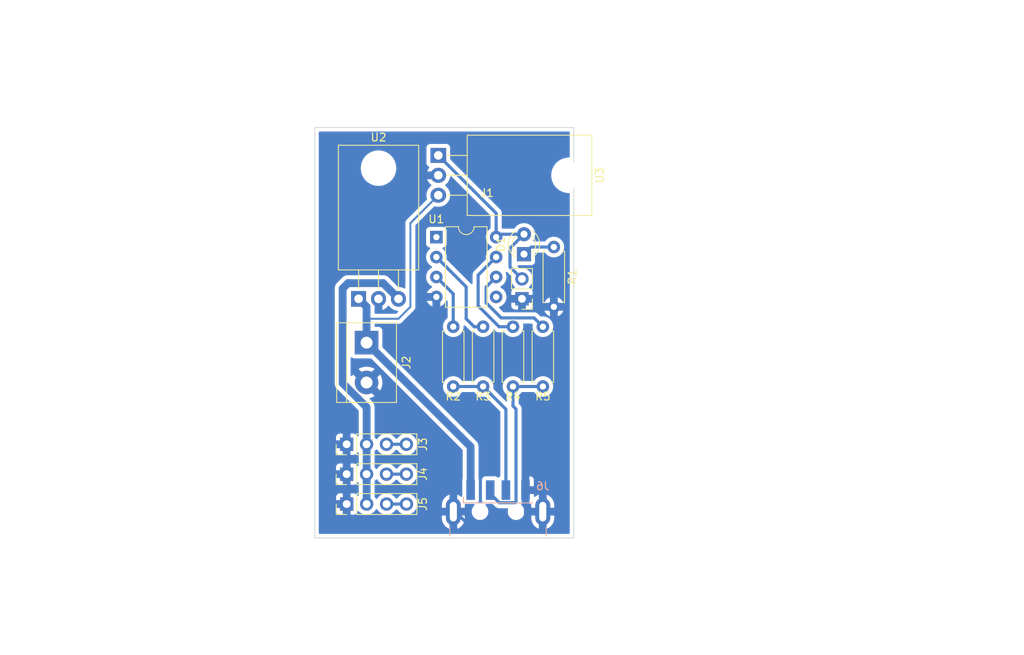
<source format=kicad_pcb>
(kicad_pcb (version 20211014) (generator pcbnew)
  (layers (0 "F.Cu" power) (31 "B.Cu" signal) (34 "B.Paste" user) (35 "F.Paste" user) (36 "B.SilkS" user "B.Silkscreen") (37 "F.SilkS" user "F.Silkscreen") (38 "B.Mask" user) (39 "F.Mask" user) (44 "Edge.Cuts" user))
  (net 0 "")
  (net 3 "/VBUS")
  (net 4 "Net-(J6-Pad3)")
  (net 5 "Net-(J3-Pad3)")
  (net 6 "/GND")
  (net 7 "/6V")
  (net 8 "Net-(J4-Pad3)")
  (net 9 "Net-(J5-Pad3)")
  (net 10 "Net-(R2-Pad1)")
  (net 11 "Net-(R3-Pad1)")
  (net 12 "Net-(R4-Pad1)")
  (net 13 "Net-(D1-Pad1)")
  (net 14 "/5V")
  (net 15 "Net-(J6-Pad2)")
  (net 16 "Net-(R5-Pad1)")
  (footprint "Package_DIP:DIP-8_W7.62mm" (layer "F.Cu") (at 115.072 109.992)
    (fp_text reference "U1" (at -0.01 -2.296) (layer "F.SilkS"))
    (fp_text value "ATtiny13V-10P")
    (fp_line (start 2.81 -1.33) (end 1.16 -1.33) (layer "F.SilkS") (width 0.12))
    (fp_line (start 1.16 -1.33) (end 1.16 8.95) (layer "F.SilkS") (width 0.12))
    (fp_line (start 6.46 -1.33) (end 4.81 -1.33) (layer "F.SilkS") (width 0.12))
    (fp_line (start 6.46 8.95) (end 6.46 -1.33) (layer "F.SilkS") (width 0.12))
    (fp_line (start 1.16 8.95) (end 6.46 8.95) (layer "F.SilkS") (width 0.12))
    (fp_arc (start 4.81 -1.33) (mid 3.81 -0.33) (end 2.81 -1.33) (layer "F.SilkS") (width 0.12))
    (pad "1" thru_hole rect (at 0 0) (size 1.6 1.6) (drill 0.8) (layers *.Cu *.Mask))
    (pad "2" thru_hole oval (at 0 2.54) (size 1.6 1.6) (drill 0.8) (layers *.Cu *.Mask) (net 11 "Net-(R3-Pad1)"))
    (pad "3" thru_hole oval (at 0 5.08) (size 1.6 1.6) (drill 0.8) (layers *.Cu *.Mask) (net 10 "Net-(R2-Pad1)"))
    (pad "4" thru_hole oval (at 0 7.62) (size 1.6 1.6) (drill 0.8) (layers *.Cu *.Mask) (net 6 "/GND"))
    (pad "5" thru_hole oval (at 7.62 7.62) (size 1.6 1.6) (drill 0.8) (layers *.Cu *.Mask))
    (pad "6" thru_hole oval (at 7.62 5.08) (size 1.6 1.6) (drill 0.8) (layers *.Cu *.Mask) (net 16 "Net-(R5-Pad1)"))
    (pad "7" thru_hole oval (at 7.62 2.54) (size 1.6 1.6) (drill 0.8) (layers *.Cu *.Mask) (net 12 "Net-(R4-Pad1)"))
    (pad "8" thru_hole oval (at 7.62 0) (size 1.6 1.6) (drill 0.8) (layers *.Cu *.Mask) (net 14 "/5V"))
  )
  (footprint "Resistor_THT:R_Axial_DIN0207_L6.3mm_D2.5mm_P7.62mm_Horizontal" (layer "F.Cu") (at 117.221 121.412 -90)
    (fp_text reference "R2" (at 8.89 0) (layer "F.SilkS"))
    (fp_text value "R")
    (fp_line (start 0.54 1.04) (end 0.54 1.37) (layer "F.SilkS") (width 0.12))
    (fp_line (start 0.54 -1.37) (end 7.08 -1.37) (layer "F.SilkS") (width 0.12))
    (fp_line (start 7.08 -1.37) (end 7.08 -1.04) (layer "F.SilkS") (width 0.12))
    (fp_line (start 0.54 -1.04) (end 0.54 -1.37) (layer "F.SilkS") (width 0.12))
    (fp_line (start 0.54 1.37) (end 7.08 1.37) (layer "F.SilkS") (width 0.12))
    (fp_line (start 7.08 1.37) (end 7.08 1.04) (layer "F.SilkS") (width 0.12))
    (pad "1" thru_hole circle (at 0 0 270) (size 1.6 1.6) (drill 0.8) (layers *.Cu *.Mask) (net 10 "Net-(R2-Pad1)"))
    (pad "2" thru_hole oval (at 7.62 0 270) (size 1.6 1.6) (drill 0.8) (layers *.Cu *.Mask) (net 4 "Net-(J6-Pad3)"))
  )
  (footprint "Resistor_THT:R_Axial_DIN0207_L6.3mm_D2.5mm_P7.62mm_Horizontal" (layer "F.Cu") (at 128.651 121.412 -90)
    (fp_text reference "R5" (at 8.89 0) (layer "F.SilkS"))
    (fp_text value "R")
    (fp_line (start 0.54 -1.04) (end 0.54 -1.37) (layer "F.SilkS") (width 0.12))
    (fp_line (start 7.08 -1.37) (end 7.08 -1.04) (layer "F.SilkS") (width 0.12))
    (fp_line (start 7.08 1.37) (end 7.08 1.04) (layer "F.SilkS") (width 0.12))
    (fp_line (start 0.54 -1.37) (end 7.08 -1.37) (layer "F.SilkS") (width 0.12))
    (fp_line (start 0.54 1.04) (end 0.54 1.37) (layer "F.SilkS") (width 0.12))
    (fp_line (start 0.54 1.37) (end 7.08 1.37) (layer "F.SilkS") (width 0.12))
    (pad "1" thru_hole circle (at 0 0 270) (size 1.6 1.6) (drill 0.8) (layers *.Cu *.Mask) (net 16 "Net-(R5-Pad1)"))
    (pad "2" thru_hole oval (at 7.62 0 270) (size 1.6 1.6) (drill 0.8) (layers *.Cu *.Mask) (net 15 "Net-(J6-Pad2)"))
  )
  (footprint "Package_TO_SOT_THT:TO-220-3_Horizontal_TabDown" (layer "F.Cu") (at 115.316 99.568 -90)
    (fp_text reference "U3" (at 2.54 -20.58 90) (layer "F.SilkS"))
    (fp_text value "L78L05_TO92")
    (fp_line (start 2.54 -3.69) (end 2.54 -1.15) (layer "F.SilkS") (width 0.12))
    (fp_line (start -2.58 -19.58) (end -2.58 -3.69) (layer "F.SilkS") (width 0.12))
    (fp_line (start 0 -3.69) (end 0 -1.15) (layer "F.SilkS") (width 0.12))
    (fp_line (start -2.58 -19.58) (end 7.66 -19.58) (layer "F.SilkS") (width 0.12))
    (fp_line (start -2.58 -3.69) (end 7.66 -3.69) (layer "F.SilkS") (width 0.12))
    (fp_line (start 5.08 -3.69) (end 5.08 -1.15) (layer "F.SilkS") (width 0.12))
    (fp_line (start 7.66 -19.58) (end 7.66 -3.69) (layer "F.SilkS") (width 0.12))
    (pad "" np_thru_hole oval (at 2.54 -16.66 270) (size 3.5 3.5) (drill 3.5) (layers *.Cu *.Mask))
    (pad "1" thru_hole rect (at 0 0 270) (size 1.905 2) (drill 1.1) (layers *.Cu *.Mask) (net 14 "/5V"))
    (pad "2" thru_hole oval (at 2.54 0 270) (size 1.905 2) (drill 1.1) (layers *.Cu *.Mask) (net 6 "/GND"))
    (pad "3" thru_hole oval (at 5.08 0 270) (size 1.905 2) (drill 1.1) (layers *.Cu *.Mask) (net 3 "/VBUS"))
  )
  (footprint "Connector_PinHeader_2.54mm:PinHeader_1x02_P2.54mm_Vertical" (layer "F.Cu") (at 125.984 117.856 180)
    (fp_text reference "J1" (at 4.46 13.5) (layer "F.SilkS"))
    (fp_text value "Conn_01x02_Male")
    (fp_line (start -1.33 3.87) (end 1.33 3.87) (layer "F.SilkS") (width 0.12))
    (fp_line (start -1.33 1.27) (end -1.33 3.87) (layer "F.SilkS") (width 0.12))
    (fp_line (start 1.33 1.27) (end 1.33 3.87) (layer "F.SilkS") (width 0.12))
    (fp_line (start -1.33 -1.33) (end 0 -1.33) (layer "F.SilkS") (width 0.12))
    (fp_line (start -1.33 0) (end -1.33 -1.33) (layer "F.SilkS") (width 0.12))
    (fp_line (start -1.33 1.27) (end 1.33 1.27) (layer "F.SilkS") (width 0.12))
    (pad "1" thru_hole rect (at 0 0 180) (size 1.7 1.7) (drill 1) (layers *.Cu *.Mask) (net 6 "/GND"))
    (pad "2" thru_hole oval (at 0 2.54 180) (size 1.7 1.7) (drill 1) (layers *.Cu *.Mask) (net 14 "/5V"))
  )
  (footprint "Connector_PinHeader_2.54mm:PinHeader_1x04_P2.54mm_Vertical" (layer "F.Cu") (at 103.642 144.018 90)
    (fp_text reference "J5" (at 0 9.71 90) (layer "F.SilkS"))
    (fp_text value "Conn_01x04_Male")
    (fp_line (start -1.33 8.95) (end 1.33 8.95) (layer "F.SilkS") (width 0.12))
    (fp_line (start -1.33 1.27) (end -1.33 8.95) (layer "F.SilkS") (width 0.12))
    (fp_line (start -1.33 0) (end -1.33 -1.33) (layer "F.SilkS") (width 0.12))
    (fp_line (start -1.33 1.27) (end 1.33 1.27) (layer "F.SilkS") (width 0.12))
    (fp_line (start 1.33 1.27) (end 1.33 8.95) (layer "F.SilkS") (width 0.12))
    (fp_line (start -1.33 -1.33) (end 0 -1.33) (layer "F.SilkS") (width 0.12))
    (pad "1" thru_hole rect (at 0 0 90) (size 1.7 1.7) (drill 1) (layers *.Cu *.Mask) (net 6 "/GND"))
    (pad "2" thru_hole oval (at 0 2.54 90) (size 1.7 1.7) (drill 1) (layers *.Cu *.Mask) (net 7 "/6V"))
    (pad "3" thru_hole oval (at 0 5.08 90) (size 1.7 1.7) (drill 1) (layers *.Cu *.Mask) (net 9 "Net-(J5-Pad3)"))
    (pad "4" thru_hole oval (at 0 7.62 90) (size 1.7 1.7) (drill 1) (layers *.Cu *.Mask) (net 9 "Net-(J5-Pad3)"))
  )
  (footprint "Resistor_THT:R_Axial_DIN0207_L6.3mm_D2.5mm_P7.62mm_Horizontal" (layer "F.Cu") (at 124.841 121.412 -90)
    (fp_text reference "R4" (at 8.89 0) (layer "F.SilkS"))
    (fp_text value "R")
    (fp_line (start 7.08 1.37) (end 7.08 1.04) (layer "F.SilkS") (width 0.12))
    (fp_line (start 0.54 1.04) (end 0.54 1.37) (layer "F.SilkS") (width 0.12))
    (fp_line (start 7.08 -1.37) (end 7.08 -1.04) (layer "F.SilkS") (width 0.12))
    (fp_line (start 0.54 1.37) (end 7.08 1.37) (layer "F.SilkS") (width 0.12))
    (fp_line (start 0.54 -1.04) (end 0.54 -1.37) (layer "F.SilkS") (width 0.12))
    (fp_line (start 0.54 -1.37) (end 7.08 -1.37) (layer "F.SilkS") (width 0.12))
    (pad "1" thru_hole circle (at 0 0 270) (size 1.6 1.6) (drill 0.8) (layers *.Cu *.Mask) (net 12 "Net-(R4-Pad1)"))
    (pad "2" thru_hole oval (at 7.62 0 270) (size 1.6 1.6) (drill 0.8) (layers *.Cu *.Mask) (net 15 "Net-(J6-Pad2)"))
  )
  (footprint "Connector_PinHeader_2.54mm:PinHeader_1x04_P2.54mm_Vertical" (layer "F.Cu") (at 103.632 140.208 90)
    (fp_text reference "J4" (at 0 9.72 90) (layer "F.SilkS"))
    (fp_text value "Conn_01x04_Male")
    (fp_line (start -1.33 1.27) (end 1.33 1.27) (layer "F.SilkS") (width 0.12))
    (fp_line (start -1.33 8.95) (end 1.33 8.95) (layer "F.SilkS") (width 0.12))
    (fp_line (start -1.33 0) (end -1.33 -1.33) (layer "F.SilkS") (width 0.12))
    (fp_line (start -1.33 1.27) (end -1.33 8.95) (layer "F.SilkS") (width 0.12))
    (fp_line (start -1.33 -1.33) (end 0 -1.33) (layer "F.SilkS") (width 0.12))
    (fp_line (start 1.33 1.27) (end 1.33 8.95) (layer "F.SilkS") (width 0.12))
    (pad "1" thru_hole rect (at 0 0 90) (size 1.7 1.7) (drill 1) (layers *.Cu *.Mask) (net 6 "/GND"))
    (pad "2" thru_hole oval (at 0 2.54 90) (size 1.7 1.7) (drill 1) (layers *.Cu *.Mask) (net 7 "/6V"))
    (pad "3" thru_hole oval (at 0 5.08 90) (size 1.7 1.7) (drill 1) (layers *.Cu *.Mask) (net 8 "Net-(J4-Pad3)"))
    (pad "4" thru_hole oval (at 0 7.62 90) (size 1.7 1.7) (drill 1) (layers *.Cu *.Mask) (net 8 "Net-(J4-Pad3)"))
  )
  (footprint "Resistor_THT:R_Axial_DIN0207_L6.3mm_D2.5mm_P7.62mm_Horizontal" (layer "F.Cu") (at 130.048 111.252 -90)
    (fp_text reference "R1" (at 3.81 -2.37 90) (layer "F.SilkS"))
    (fp_text value "220")
    (fp_line (start 0.54 -1.37) (end 7.08 -1.37) (layer "F.SilkS") (width 0.12))
    (fp_line (start 7.08 1.37) (end 7.08 1.04) (layer "F.SilkS") (width 0.12))
    (fp_line (start 0.54 1.04) (end 0.54 1.37) (layer "F.SilkS") (width 0.12))
    (fp_line (start 0.54 -1.04) (end 0.54 -1.37) (layer "F.SilkS") (width 0.12))
    (fp_line (start 0.54 1.37) (end 7.08 1.37) (layer "F.SilkS") (width 0.12))
    (fp_line (start 7.08 -1.37) (end 7.08 -1.04) (layer "F.SilkS") (width 0.12))
    (pad "1" thru_hole circle (at 0 0 270) (size 1.6 1.6) (drill 0.8) (layers *.Cu *.Mask) (net 13 "Net-(D1-Pad1)"))
    (pad "2" thru_hole oval (at 7.62 0 270) (size 1.6 1.6) (drill 0.8) (layers *.Cu *.Mask) (net 6 "/GND"))
  )
  (footprint "Resistor_THT:R_Axial_DIN0207_L6.3mm_D2.5mm_P7.62mm_Horizontal" (layer "F.Cu") (at 121.031 121.412 -90)
    (fp_text reference "R3" (at 8.89 0) (layer "F.SilkS"))
    (fp_text value "R")
    (fp_line (start 0.54 -1.37) (end 7.08 -1.37) (layer "F.SilkS") (width 0.12))
    (fp_line (start 0.54 1.37) (end 7.08 1.37) (layer "F.SilkS") (width 0.12))
    (fp_line (start 7.08 1.37) (end 7.08 1.04) (layer "F.SilkS") (width 0.12))
    (fp_line (start 7.08 -1.37) (end 7.08 -1.04) (layer "F.SilkS") (width 0.12))
    (fp_line (start 0.54 1.04) (end 0.54 1.37) (layer "F.SilkS") (width 0.12))
    (fp_line (start 0.54 -1.04) (end 0.54 -1.37) (layer "F.SilkS") (width 0.12))
    (pad "1" thru_hole circle (at 0 0 270) (size 1.6 1.6) (drill 0.8) (layers *.Cu *.Mask) (net 11 "Net-(R3-Pad1)"))
    (pad "2" thru_hole oval (at 7.62 0 270) (size 1.6 1.6) (drill 0.8) (layers *.Cu *.Mask) (net 4 "Net-(J6-Pad3)"))
  )
  (footprint "LED_THT:LED_D3.0mm" (layer "F.Cu") (at 126.242411 112.160035 90)
    (fp_text reference "D1" (at 1.27 -2.96 90) (layer "F.SilkS"))
    (fp_text value "LED")
    (fp_line (start -0.29 1.08) (end -0.29 1.236) (layer "F.SilkS") (width 0.12))
    (fp_line (start -0.29 -1.236) (end -0.29 -1.08) (layer "F.SilkS") (width 0.12))
    (fp_arc (start 2.31113 1.079837) (mid 1.270117 1.5) (end 0.229039 1.08) (layer "F.SilkS") (width 0.12))
    (fp_arc (start -0.29 -1.235516) (mid 1.366487 -1.987659) (end 2.942335 -1.078608) (layer "F.SilkS") (width 0.12))
    (fp_arc (start 2.942335 1.078608) (mid 1.366487 1.987659) (end -0.29 1.235516) (layer "F.SilkS") (width 0.12))
    (fp_arc (start 0.229039 -1.08) (mid 1.270117 -1.5) (end 2.31113 -1.079837) (layer "F.SilkS") (width 0.12))
    (pad "1" thru_hole rect (at 0 0 90) (size 1.8 1.8) (drill 0.9) (layers *.Cu *.Mask) (net 13 "Net-(D1-Pad1)"))
    (pad "2" thru_hole circle (at 2.54 0 90) (size 1.8 1.8) (drill 0.9) (layers *.Cu *.Mask) (net 14 "/5V"))
  )
  (footprint "Connector_PinHeader_2.54mm:PinHeader_1x04_P2.54mm_Vertical" (layer "F.Cu") (at 103.632 136.398 90)
    (fp_text reference "J3" (at -0.01 9.72 90) (layer "F.SilkS"))
    (fp_text value "Conn_01x04_Male")
    (fp_line (start -1.33 1.27) (end -1.33 8.95) (layer "F.SilkS") (width 0.12))
    (fp_line (start -1.33 1.27) (end 1.33 1.27) (layer "F.SilkS") (width 0.12))
    (fp_line (start -1.33 8.95) (end 1.33 8.95) (layer "F.SilkS") (width 0.12))
    (fp_line (start -1.33 0) (end -1.33 -1.33) (layer "F.SilkS") (width 0.12))
    (fp_line (start -1.33 -1.33) (end 0 -1.33) (layer "F.SilkS") (width 0.12))
    (fp_line (start 1.33 1.27) (end 1.33 8.95) (layer "F.SilkS") (width 0.12))
    (pad "1" thru_hole rect (at 0 0 90) (size 1.7 1.7) (drill 1) (layers *.Cu *.Mask) (net 6 "/GND"))
    (pad "2" thru_hole oval (at 0 2.54 90) (size 1.7 1.7) (drill 1) (layers *.Cu *.Mask) (net 7 "/6V"))
    (pad "3" thru_hole oval (at 0 5.08 90) (size 1.7 1.7) (drill 1) (layers *.Cu *.Mask) (net 5 "Net-(J3-Pad3)"))
    (pad "4" thru_hole oval (at 0 7.62 90) (size 1.7 1.7) (drill 1) (layers *.Cu *.Mask) (net 5 "Net-(J3-Pad3)"))
  )
  (footprint "TerminalBlock:TerminalBlock_bornier-2_P5.08mm" (layer "F.Cu") (at 106.172 123.444 -90)
    (fp_text reference "J2" (at 2.54 -5.08 90) (layer "F.SilkS"))
    (fp_text value "Screw_Terminal_01x02")
    (fp_line (start 7.62 3.81) (end 7.62 -3.81) (layer "F.SilkS") (width 0.12))
    (fp_line (start -2.54 -3.81) (end -2.54 3.81) (layer "F.SilkS") (width 0.12))
    (fp_line (start 7.62 -3.81) (end -2.54 -3.81) (layer "F.SilkS") (width 0.12))
    (fp_line (start -2.54 3.81) (end 7.62 3.81) (layer "F.SilkS") (width 0.12))
    (fp_line (start 7.62 2.54) (end -2.54 2.54) (layer "F.SilkS") (width 0.12))
    (pad "1" thru_hole rect (at 0 0 270) (size 3 3) (drill 1.52) (layers *.Cu *.Mask) (net 3 "/VBUS"))
    (pad "2" thru_hole circle (at 5.08 0 270) (size 3 3) (drill 1.52) (layers *.Cu *.Mask) (net 6 "/GND"))
  )
  (footprint "Package_TO_SOT_THT:TO-220-3_Horizontal_TabDown" (layer "F.Cu") (at 105.156 117.856)
    (fp_text reference "U2" (at 2.54 -20.58) (layer "F.SilkS"))
    (fp_text value "L7806CV")
    (fp_line (start 7.66 -19.58) (end 7.66 -3.69) (layer "F.SilkS") (width 0.12))
    (fp_line (start -2.58 -19.58) (end 7.66 -19.58) (layer "F.SilkS") (width 0.12))
    (fp_line (start -2.58 -19.58) (end -2.58 -3.69) (layer "F.SilkS") (width 0.12))
    (fp_line (start -2.58 -3.69) (end 7.66 -3.69) (layer "F.SilkS") (width 0.12))
    (fp_line (start 2.54 -3.69) (end 2.54 -1.15) (layer "F.SilkS") (width 0.12))
    (fp_line (start 0 -3.69) (end 0 -1.15) (layer "F.SilkS") (width 0.12))
    (fp_line (start 5.08 -3.69) (end 5.08 -1.15) (layer "F.SilkS") (width 0.12))
    (pad "" np_thru_hole oval (at 2.54 -16.66) (size 3.5 3.5) (drill 3.5) (layers *.Cu *.Mask))
    (pad "1" thru_hole rect (at 0 0) (size 1.905 2) (drill 1.1) (layers *.Cu *.Mask) (net 3 "/VBUS"))
    (pad "2" thru_hole oval (at 2.54 0) (size 1.905 2) (drill 1.1) (layers *.Cu *.Mask) (net 6 "/GND"))
    (pad "3" thru_hole oval (at 5.08 0) (size 1.905 2) (drill 1.1) (layers *.Cu *.Mask) (net 7 "/6V"))
  )
  (footprint "Connector_USB:USB_A_CNCTech_1001-011-01101_Horizontal" (layer "B.Cu") (at 122.936 151.892 -90)
    (fp_text reference "J6" (at -10.16 -5.715) (layer "B.SilkS") (effects (justify mirror)))
    (fp_text value "USB_A")
    (fp_line (start -4.85 -6.145) (end -3.8 -6.145) (layer "B.SilkS") (width 0.12))
    (fp_line (start -4.85 6.145) (end -3.8 6.145) (layer "B.SilkS") (width 0.12))
    (fp_line (start -8.02 4.4) (end -8.02 -4.4) (layer "B.SilkS") (width 0.12))
    (fp_line (start -8.02 4.4) (end -8.775 4.4) (layer "B.SilkS") (width 0.12))
    (pad "" np_thru_hole circle (at -6.9 2.3 270) (size 1.1 1.1) (drill 1.1) (layers *.Cu *.Mask))
    (pad "" np_thru_hole circle (at -6.9 -2.3 270) (size 1.1 1.1) (drill 1.1) (layers *.Cu *.Mask))
    (pad "1" smd rect (at -9.65 3.5 270) (size 2.5 1.1) (layers "B.Cu" "B.Paste" "B.Mask") (net 3 "/VBUS"))
    (pad "2" smd rect (at -9.65 1 270) (size 2.5 1.1) (layers "B.Cu" "B.Paste" "B.Mask") (net 15 "Net-(J6-Pad2)"))
    (pad "3" smd rect (at -9.65 -1 270) (size 2.5 1.1) (layers "B.Cu" "B.Paste" "B.Mask") (net 4 "Net-(J6-Pad3)"))
    (pad "4" smd rect (at -9.65 -3.5 270) (size 2.5 1.1) (layers "B.Cu" "B.Paste" "B.Mask") (net 6 "/GND"))
    (pad "5" thru_hole oval (at -6.9 5.7 270) (size 3.5 1.9) (drill oval 2.5 0.9) (layers *.Cu *.Mask) (net 6 "/GND"))
    (pad "5" thru_hole oval (at -6.9 -5.7 270) (size 3.5 1.9) (drill oval 2.5 0.9) (layers *.Cu *.Mask) (net 6 "/GND"))
  )
  (gr_rect (start 99.568 96.012) (end 132.588 148.336) (layer "Edge.Cuts") (width 0.1) (fill none))
  (segment (start 106.172 118.872) (end 105.156 117.856) (width 1) (layer "B.Cu") (net 3))
  (segment (start 113.03 130.302) (end 119.436 136.708) (width 1) (layer "B.Cu") (net 3))
  (segment (start 119.436 136.708) (end 119.436 142.242) (width 1) (layer "B.Cu") (net 3))
  (segment (start 113.03 130.302) (end 106.172 123.444) (width 1) (layer "B.Cu") (net 3))
  (segment (start 111.76 118.872) (end 110.236 120.396) (width 0.25) (layer "B.Cu") (net 3))
  (segment (start 106.172 123.444) (end 106.172 120.396) (width 1) (layer "B.Cu") (net 3))
  (segment (start 106.172 120.396) (end 106.172 118.872) (width 1) (layer "B.Cu") (net 3))
  (segment (start 115.316 104.648) (end 111.76 108.204) (width 0.25) (layer "B.Cu") (net 3))
  (segment (start 111.76 108.204) (end 111.76 118.872) (width 0.25) (layer "B.Cu") (net 3))
  (segment (start 110.236 120.396) (end 106.172 120.396) (width 0.25) (layer "B.Cu") (net 3))
  (segment (start 117.221 129.032) (end 121.031 129.032) (width 0.4) (layer "B.Cu") (net 4))
  (segment (start 121.031 129.032) (end 123.936 131.937) (width 0.4) (layer "B.Cu") (net 4))
  (segment (start 123.936 131.937) (end 123.936 142.242) (width 0.4) (layer "B.Cu") (net 4))
  (segment (start 111.252 136.398) (end 108.712 136.398) (width 0.4) (layer "B.Cu") (net 5))
  (segment (start 125.872 146.304) (end 118.797205 146.304) (width 0.4) (layer "B.Cu") (net 6))
  (segment (start 128.636 144.742795) (end 126.508116 144.742795) (width 0.4) (layer "B.Cu") (net 6))
  (segment (start 118.797205 146.304) (end 117.236 144.742795) (width 0.4) (layer "B.Cu") (net 6))
  (segment (start 126.436 141.992795) (end 126.436 145.74) (width 0.4) (layer "B.Cu") (net 6))
  (segment (start 126.436 145.74) (end 125.872 146.304) (width 0.4) (layer "B.Cu") (net 6))
  (segment (start 103.124 116.536478) (end 103.124 128.62) (width 1) (layer "B.Cu") (net 7))
  (segment (start 103.124 128.62) (end 106.182 131.678) (width 1) (layer "B.Cu") (net 7))
  (segment (start 110.236 117.8085) (end 108.2835 115.856) (width 1) (layer "B.Cu") (net 7))
  (segment (start 110.236 117.856) (end 110.236 117.8085) (width 1) (layer "B.Cu") (net 7))
  (segment (start 103.804478 115.856) (end 103.124 116.536478) (width 1) (layer "B.Cu") (net 7))
  (segment (start 106.182 144.018) (end 106.182 131.678) (width 1) (layer "B.Cu") (net 7))
  (segment (start 108.2835 115.856) (end 103.804478 115.856) (width 1) (layer "B.Cu") (net 7))
  (segment (start 111.252 140.208) (end 108.712 140.208) (width 0.4) (layer "B.Cu") (net 8))
  (segment (start 111.262 144.018) (end 108.722 144.018) (width 0.4) (layer "B.Cu") (net 9))
  (segment (start 115.072 115.072) (end 117.221 117.221) (width 0.4) (layer "B.Cu") (net 10))
  (segment (start 117.221 117.221) (end 117.221 121.412) (width 0.4) (layer "B.Cu") (net 10))
  (segment (start 119.888 121.412) (end 121.031 121.412) (width 0.4) (layer "B.Cu") (net 11))
  (segment (start 118.872 116.332) (end 118.872 120.396) (width 0.4) (layer "B.Cu") (net 11))
  (segment (start 115.072 112.532) (end 118.872 116.332) (width 0.4) (layer "B.Cu") (net 11))
  (segment (start 118.872 120.396) (end 119.888 121.412) (width 0.4) (layer "B.Cu") (net 11))
  (segment (start 120.396 118.739185) (end 123.068815 121.412) (width 0.4) (layer "B.Cu") (net 12))
  (segment (start 122.692 112.532) (end 120.396 114.828) (width 0.4) (layer "B.Cu") (net 12))
  (segment (start 123.068815 121.412) (end 124.841 121.412) (width 0.4) (layer "B.Cu") (net 12))
  (segment (start 120.396 114.828) (end 120.396 118.739185) (width 0.4) (layer "B.Cu") (net 12))
  (segment (start 130.048 111.252) (end 127.150446 111.252) (width 0.4) (layer "B.Cu") (net 13))
  (segment (start 127.150446 111.252) (end 126.242411 112.160035) (width 0.4) (layer "B.Cu") (net 13))
  (segment (start 122.692 109.992) (end 122.692 106.944) (width 0.4) (layer "B.Cu") (net 14))
  (segment (start 124.46 111.402446) (end 124.46 113.792) (width 0.4) (layer "B.Cu") (net 14))
  (segment (start 122.692 106.944) (end 115.316 99.568) (width 0.4) (layer "B.Cu") (net 14))
  (segment (start 126.242411 109.620035) (end 124.46 111.402446) (width 0.4) (layer "B.Cu") (net 14))
  (segment (start 124.46 113.792) (end 125.984 115.316) (width 0.4) (layer "B.Cu") (net 14))
  (segment (start 126.242411 109.620035) (end 123.063965 109.620035) (width 0.4) (layer "B.Cu") (net 14))
  (segment (start 123.063965 109.620035) (end 122.692 109.992) (width 0.4) (layer "B.Cu") (net 14))
  (segment (start 121.936 141.992795) (end 121.936 142.692795) (width 0.2) (layer "B.Cu") (net 15))
  (segment (start 123.086479 143.843274) (end 125.147521 143.843274) (width 0.4) (layer "B.Cu") (net 15))
  (segment (start 125.226795 143.764) (end 125.226795 131.906827) (width 0.4) (layer "B.Cu") (net 15))
  (segment (start 124.841 129.032) (end 128.651 129.032) (width 0.4) (layer "B.Cu") (net 15))
  (segment (start 124.841 131.521032) (end 124.841 129.032) (width 0.4) (layer "B.Cu") (net 15))
  (segment (start 125.226795 131.906827) (end 124.841 131.521032) (width 0.4) (layer "B.Cu") (net 15))
  (segment (start 125.147521 143.843274) (end 125.226795 143.764) (width 0.2) (layer "B.Cu") (net 15))
  (segment (start 121.936 142.692795) (end 123.086479 143.843274) (width 0.4) (layer "B.Cu") (net 15))
  (segment (start 127.526489 120.287489) (end 128.651 121.412) (width 0.4) (layer "B.Cu") (net 16))
  (segment (start 122.692 115.072) (end 121.412 116.352) (width 0.4) (layer "B.Cu") (net 16))
  (segment (start 121.412 118.364) (end 123.335489 120.287489) (width 0.4) (layer "B.Cu") (net 16))
  (segment (start 121.412 116.352) (end 121.412 118.364) (width 0.4) (layer "B.Cu") (net 16))
  (segment (start 123.335489 120.287489) (end 127.526489 120.287489) (width 0.4) (layer "B.Cu") (net 16))
  (zone (net 6) (net_name "/GND") (layer "B.Cu") (connect_pads (clearance 0.508)) (min_thickness 0.254) (fill yes (thermal_gap 0.508) (thermal_bridge_width 1))
    (polygon (pts (xy 189.992 160.02) (xy 59.436 160.02) (xy 59.436 79.756) (xy 189.992 79.756)))
  )
)
</source>
